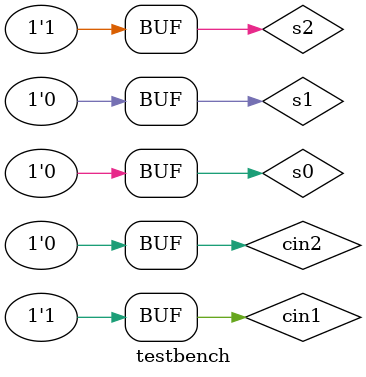
<source format=v>
`include "mux-8ops.v"

module testbench;
    reg cin1, cin2, s2, s1, s0;
    wire [7:0] d;
    wire cout;

    all_ops ops (d, cin1, cin2);
    mux_8x1 mux (cout, d, s2, s1, s0);

    // 0 -> Bitwise AND
    // 1 -> Bitwise XOR
    // 2 -> Bitwise NAND
    // 3 -> Bitwise OR
    // 4 -> Bitwise NOT (for 1st Input)
    // 5 -> Bitwise NOT (for 2nd Input)
    // 6 -> Bitwise NOR
    // 7 -> Bitwise XNOR

    initial begin
        cin1 = 1'b1; cin2 = 1'b0;
        s2 = 1'b0; s1 = 1'b0; s0 = 1'b0;
        #10; s0 = s0 + 1;
        #10; s1 = s1 + 1;
        #10; s0 = s0 + 1;
        #10; s2 = s2 + 1;
        #10; s0 = s0 + 1;
        #10; s1 = s1 + 1;
        #10; s0 = s0 + 1;
    end

    initial
        $monitor($time, " : in1=%b in2=%b S=%b%b%b out=%b", cin1, cin2, s2, s1, s0, cout);
endmodule

</source>
